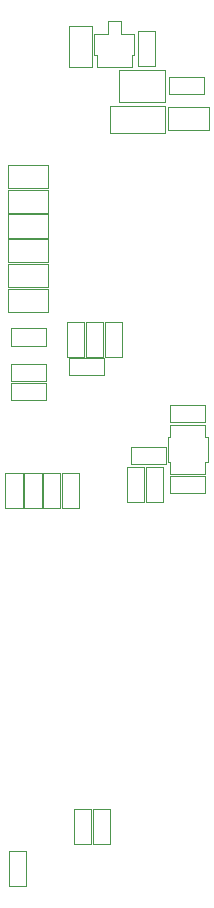
<source format=gbr>
%TF.GenerationSoftware,KiCad,Pcbnew,9.0.5*%
%TF.CreationDate,2025-11-24T11:18:26-05:00*%
%TF.ProjectId,everframe_board,65766572-6672-4616-9d65-5f626f617264,rev?*%
%TF.SameCoordinates,Original*%
%TF.FileFunction,Other,User*%
%FSLAX46Y46*%
G04 Gerber Fmt 4.6, Leading zero omitted, Abs format (unit mm)*
G04 Created by KiCad (PCBNEW 9.0.5) date 2025-11-24 11:18:26*
%MOMM*%
%LPD*%
G01*
G04 APERTURE LIST*
%ADD10C,0.050000*%
G04 APERTURE END LIST*
D10*
%TO.C,C23*%
X88020000Y-89770000D02*
X88020000Y-91230000D01*
X88020000Y-91230000D02*
X90980000Y-91230000D01*
X90980000Y-89770000D02*
X88020000Y-89770000D01*
X90980000Y-91230000D02*
X90980000Y-89770000D01*
%TO.C,C29*%
X87875000Y-58526750D02*
X87875000Y-60486750D01*
X87875000Y-60486750D02*
X91275000Y-60486750D01*
X91275000Y-58526750D02*
X87875000Y-58526750D01*
X91275000Y-60486750D02*
X91275000Y-58526750D01*
%TO.C,U2*%
X87800000Y-86450000D02*
X87800000Y-88550000D01*
X87800000Y-88550000D02*
X88000000Y-88550000D01*
X88000000Y-85450000D02*
X88000000Y-86450000D01*
X88000000Y-86450000D02*
X87800000Y-86450000D01*
X88000000Y-88550000D02*
X88000000Y-89550000D01*
X88000000Y-89550000D02*
X91000000Y-89550000D01*
X91000000Y-85450000D02*
X88000000Y-85450000D01*
X91000000Y-86450000D02*
X91000000Y-85450000D01*
X91000000Y-88550000D02*
X91200000Y-88550000D01*
X91000000Y-89550000D02*
X91000000Y-88550000D01*
X91200000Y-86450000D02*
X91000000Y-86450000D01*
X91200000Y-88550000D02*
X91200000Y-86450000D01*
%TO.C,C5*%
X74300000Y-71820000D02*
X74300000Y-73780000D01*
X74300000Y-73780000D02*
X77700000Y-73780000D01*
X77700000Y-71820000D02*
X74300000Y-71820000D01*
X77700000Y-73780000D02*
X77700000Y-71820000D01*
%TO.C,C12*%
X82470000Y-76720000D02*
X82470000Y-79680000D01*
X82470000Y-79680000D02*
X83930000Y-79680000D01*
X83930000Y-76720000D02*
X82470000Y-76720000D01*
X83930000Y-79680000D02*
X83930000Y-76720000D01*
%TO.C,C17*%
X74520000Y-77270000D02*
X74520000Y-78730000D01*
X74520000Y-78730000D02*
X77480000Y-78730000D01*
X77480000Y-77270000D02*
X74520000Y-77270000D01*
X77480000Y-78730000D02*
X77480000Y-77270000D01*
%TO.C,Q2*%
X81600000Y-52300000D02*
X81600000Y-54100000D01*
X81600000Y-54100000D02*
X81800000Y-54100000D01*
X81800000Y-54100000D02*
X81800000Y-55130000D01*
X81800000Y-55130000D02*
X84800000Y-55130000D01*
X82750000Y-51270000D02*
X82750000Y-52300000D01*
X82750000Y-52300000D02*
X81600000Y-52300000D01*
X83850000Y-51270000D02*
X82750000Y-51270000D01*
X83850000Y-52300000D02*
X83850000Y-51270000D01*
X84800000Y-54100000D02*
X85000000Y-54100000D01*
X84800000Y-55130000D02*
X84800000Y-54100000D01*
X85000000Y-52300000D02*
X83850000Y-52300000D01*
X85000000Y-54100000D02*
X85000000Y-52300000D01*
%TO.C,R22*%
X74070000Y-89520000D02*
X74070000Y-92480000D01*
X74070000Y-92480000D02*
X75530000Y-92480000D01*
X75530000Y-89520000D02*
X74070000Y-89520000D01*
X75530000Y-92480000D02*
X75530000Y-89520000D01*
%TO.C,C2*%
X74300000Y-65520000D02*
X74300000Y-67480000D01*
X74300000Y-67480000D02*
X77700000Y-67480000D01*
X77700000Y-65520000D02*
X74300000Y-65520000D01*
X77700000Y-67480000D02*
X77700000Y-65520000D01*
%TO.C,C1*%
X74300000Y-63420000D02*
X74300000Y-65380000D01*
X74300000Y-65380000D02*
X77700000Y-65380000D01*
X77700000Y-63420000D02*
X74300000Y-63420000D01*
X77700000Y-65380000D02*
X77700000Y-63420000D01*
%TO.C,D4*%
X82925000Y-60756750D02*
X82925000Y-58456750D01*
X82925000Y-60756750D02*
X87625000Y-60756750D01*
X87625000Y-58456750D02*
X82925000Y-58456750D01*
X87625000Y-60756750D02*
X87625000Y-58456750D01*
%TO.C,R19*%
X75670000Y-89520000D02*
X75670000Y-92480000D01*
X75670000Y-92480000D02*
X77130000Y-92480000D01*
X77130000Y-89520000D02*
X75670000Y-89520000D01*
X77130000Y-92480000D02*
X77130000Y-89520000D01*
%TO.C,C3*%
X74300000Y-67620000D02*
X74300000Y-69580000D01*
X74300000Y-69580000D02*
X77700000Y-69580000D01*
X77700000Y-67620000D02*
X74300000Y-67620000D01*
X77700000Y-69580000D02*
X77700000Y-67620000D01*
%TO.C,R15*%
X74370000Y-121520000D02*
X74370000Y-124480000D01*
X74370000Y-124480000D02*
X75830000Y-124480000D01*
X75830000Y-121520000D02*
X74370000Y-121520000D01*
X75830000Y-124480000D02*
X75830000Y-121520000D01*
%TO.C,R8*%
X85970000Y-89020000D02*
X85970000Y-91980000D01*
X85970000Y-91980000D02*
X87430000Y-91980000D01*
X87430000Y-89020000D02*
X85970000Y-89020000D01*
X87430000Y-91980000D02*
X87430000Y-89020000D01*
%TO.C,C10*%
X79270000Y-76720000D02*
X79270000Y-79680000D01*
X79270000Y-79680000D02*
X80730000Y-79680000D01*
X80730000Y-76720000D02*
X79270000Y-76720000D01*
X80730000Y-79680000D02*
X80730000Y-76720000D01*
%TO.C,C30*%
X79420000Y-51700000D02*
X79420000Y-55100000D01*
X79420000Y-55100000D02*
X81380000Y-55100000D01*
X81380000Y-51700000D02*
X79420000Y-51700000D01*
X81380000Y-55100000D02*
X81380000Y-51700000D01*
%TO.C,C9*%
X79420000Y-79770000D02*
X79420000Y-81230000D01*
X79420000Y-81230000D02*
X82380000Y-81230000D01*
X82380000Y-79770000D02*
X79420000Y-79770000D01*
X82380000Y-81230000D02*
X82380000Y-79770000D01*
%TO.C,L2*%
X83725000Y-55356750D02*
X83725000Y-58056750D01*
X83725000Y-58056750D02*
X87625000Y-58056750D01*
X87625000Y-55356750D02*
X83725000Y-55356750D01*
X87625000Y-58056750D02*
X87625000Y-55356750D01*
%TO.C,C15*%
X74520000Y-80270000D02*
X74520000Y-81730000D01*
X74520000Y-81730000D02*
X77480000Y-81730000D01*
X77480000Y-80270000D02*
X74520000Y-80270000D01*
X77480000Y-81730000D02*
X77480000Y-80270000D01*
%TO.C,C16*%
X74520000Y-81870000D02*
X74520000Y-83330000D01*
X74520000Y-83330000D02*
X77480000Y-83330000D01*
X77480000Y-81870000D02*
X74520000Y-81870000D01*
X77480000Y-83330000D02*
X77480000Y-81870000D01*
%TO.C,C35*%
X81470000Y-117920000D02*
X81470000Y-120880000D01*
X81470000Y-120880000D02*
X82930000Y-120880000D01*
X82930000Y-117920000D02*
X81470000Y-117920000D01*
X82930000Y-120880000D02*
X82930000Y-117920000D01*
%TO.C,C4*%
X74300000Y-69720000D02*
X74300000Y-71680000D01*
X74300000Y-71680000D02*
X77700000Y-71680000D01*
X77700000Y-69720000D02*
X74300000Y-69720000D01*
X77700000Y-71680000D02*
X77700000Y-69720000D01*
%TO.C,R14*%
X87895000Y-55976750D02*
X87895000Y-57436750D01*
X87895000Y-57436750D02*
X90855000Y-57436750D01*
X90855000Y-55976750D02*
X87895000Y-55976750D01*
X90855000Y-57436750D02*
X90855000Y-55976750D01*
%TO.C,C11*%
X80870000Y-76720000D02*
X80870000Y-79680000D01*
X80870000Y-79680000D02*
X82330000Y-79680000D01*
X82330000Y-76720000D02*
X80870000Y-76720000D01*
X82330000Y-79680000D02*
X82330000Y-76720000D01*
%TO.C,R21*%
X79870000Y-117920000D02*
X79870000Y-120880000D01*
X79870000Y-120880000D02*
X81330000Y-120880000D01*
X81330000Y-117920000D02*
X79870000Y-117920000D01*
X81330000Y-120880000D02*
X81330000Y-117920000D01*
%TO.C,C6*%
X74300000Y-73920000D02*
X74300000Y-75880000D01*
X74300000Y-75880000D02*
X77700000Y-75880000D01*
X77700000Y-73920000D02*
X74300000Y-73920000D01*
X77700000Y-75880000D02*
X77700000Y-73920000D01*
%TO.C,R13*%
X85270000Y-52120000D02*
X85270000Y-55080000D01*
X85270000Y-55080000D02*
X86730000Y-55080000D01*
X86730000Y-52120000D02*
X85270000Y-52120000D01*
X86730000Y-55080000D02*
X86730000Y-52120000D01*
%TO.C,C24*%
X88020000Y-83770000D02*
X88020000Y-85230000D01*
X88020000Y-85230000D02*
X90980000Y-85230000D01*
X90980000Y-83770000D02*
X88020000Y-83770000D01*
X90980000Y-85230000D02*
X90980000Y-83770000D01*
%TO.C,R9*%
X84370000Y-89020000D02*
X84370000Y-91980000D01*
X84370000Y-91980000D02*
X85830000Y-91980000D01*
X85830000Y-89020000D02*
X84370000Y-89020000D01*
X85830000Y-91980000D02*
X85830000Y-89020000D01*
%TO.C,R18*%
X77270000Y-89520000D02*
X77270000Y-92480000D01*
X77270000Y-92480000D02*
X78730000Y-92480000D01*
X78730000Y-89520000D02*
X77270000Y-89520000D01*
X78730000Y-92480000D02*
X78730000Y-89520000D01*
%TO.C,R7*%
X84720000Y-87270000D02*
X84720000Y-88730000D01*
X84720000Y-88730000D02*
X87680000Y-88730000D01*
X87680000Y-87270000D02*
X84720000Y-87270000D01*
X87680000Y-88730000D02*
X87680000Y-87270000D01*
%TO.C,R17*%
X78870000Y-89520000D02*
X78870000Y-92480000D01*
X78870000Y-92480000D02*
X80330000Y-92480000D01*
X80330000Y-89520000D02*
X78870000Y-89520000D01*
X80330000Y-92480000D02*
X80330000Y-89520000D01*
%TD*%
M02*

</source>
